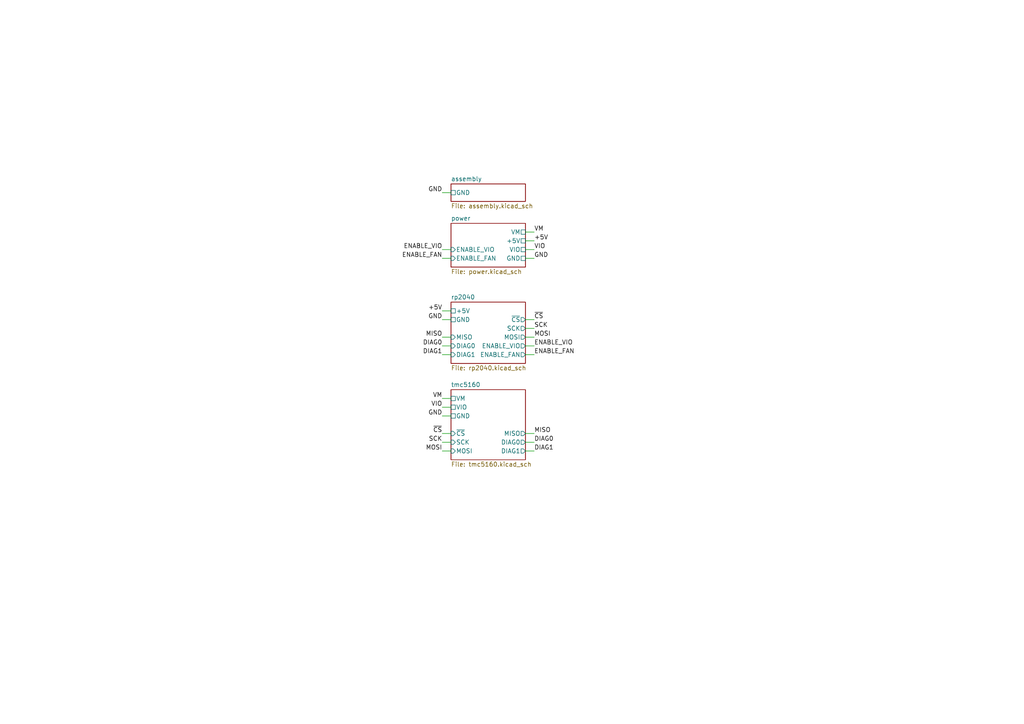
<source format=kicad_sch>
(kicad_sch (version 20230121) (generator eeschema)
  (paper "A4")
  (title_block (title "tmc5160-usb") (date "2024-05-10") (rev "1.0") (company "Howard Hughes Medical Institute"))
  (lib_symbols)
  (wire (pts (xy 130.81 102.87) (xy 128.27 102.87)))
  (wire (pts (xy 130.81 128.27) (xy 128.27 128.27)))
  (wire (pts (xy 130.81 74.93) (xy 128.27 74.93)))
  (wire (pts (xy 154.94 69.85) (xy 152.4 69.85)))
  (wire (pts (xy 152.4 97.79) (xy 154.94 97.79)))
  (wire (pts (xy 128.27 118.11) (xy 130.81 118.11)))
  (wire (pts (xy 130.81 130.81) (xy 128.27 130.81)))
  (wire (pts (xy 154.94 67.31) (xy 152.4 67.31)))
  (wire (pts (xy 130.81 125.73) (xy 128.27 125.73)))
  (wire (pts (xy 152.4 130.81) (xy 154.94 130.81)))
  (wire (pts (xy 130.81 97.79) (xy 128.27 97.79)))
  (wire (pts (xy 128.27 55.88) (xy 130.81 55.88)))
  (wire (pts (xy 128.27 115.57) (xy 130.81 115.57)))
  (wire (pts (xy 152.4 128.27) (xy 154.94 128.27)))
  (wire (pts (xy 152.4 125.73) (xy 154.94 125.73)))
  (wire (pts (xy 128.27 120.65) (xy 130.81 120.65)))
  (wire (pts (xy 152.4 95.25) (xy 154.94 95.25)))
  (wire (pts (xy 130.81 100.33) (xy 128.27 100.33)))
  (wire (pts (xy 154.94 74.93) (xy 152.4 74.93)))
  (wire (pts (xy 152.4 102.87) (xy 154.94 102.87)))
  (wire (pts (xy 128.27 90.17) (xy 130.81 90.17)))
  (wire (pts (xy 128.27 92.71) (xy 130.81 92.71)))
  (wire (pts (xy 152.4 100.33) (xy 154.94 100.33)))
  (wire (pts (xy 154.94 72.39) (xy 152.4 72.39)))
  (wire (pts (xy 152.4 92.71) (xy 154.94 92.71)))
  (wire (pts (xy 130.81 72.39) (xy 128.27 72.39)))
  (label "GND" (at 154.94 74.93 0))
  (label "DIAG1" (at 154.94 130.81 0))
  (label "VIO" (at 154.94 72.39 0))
  (label "DIAG1" (at 128.27 102.87 180))
  (label "+5V" (at 154.94 69.85 0))
  (label "MOSI" (at 128.27 130.81 180))
  (label "ENABLE_VIO" (at 154.94 100.33 0))
  (label "MISO" (at 128.27 97.79 180))
  (label "ENABLE_FAN" (at 154.94 102.87 0))
  (label "+5V" (at 128.27 90.17 180))
  (label "VIO" (at 128.27 118.11 180))
  (label "VM" (at 128.27 115.57 180))
  (label "SCK" (at 154.94 95.25 0))
  (label "DIAG0" (at 154.94 128.27 0))
  (label "GND" (at 128.27 92.71 180))
  (label "GND" (at 128.27 55.88 180))
  (label "MOSI" (at 154.94 97.79 0))
  (label "GND" (at 128.27 120.65 180))
  (label "MISO" (at 154.94 125.73 0))
  (label "ENABLE_VIO" (at 128.27 72.39 180))
  (label "SCK" (at 128.27 128.27 180))
  (label "~{CS}" (at 154.94 92.71 0))
  (label "~{CS}" (at 128.27 125.73 180))
  (label "ENABLE_FAN" (at 128.27 74.93 180))
  (label "VM" (at 154.94 67.31 0))
  (label "DIAG0" (at 128.27 100.33 180))
  (sheet (at 130.81 113.03) (size 21.59 20.32) (stroke (width 0.1524))
    (property "Sheetname" "tmc5160" (at 130.81 112.3184 0) (effects (justify left bottom)))
    (property "Sheetfile" "tmc5160.kicad_sch" (at 130.81 133.9346 0) (effects (justify left top)))
    (pin "VM" passive (at 130.81 115.57 180))
    (pin "VIO" passive (at 130.81 118.11 180))
    (pin "GND" passive (at 130.81 120.65 180))
    (pin "~{CS}" input (at 130.81 125.73 180))
    (pin "SCK" input (at 130.81 128.27 180))
    (pin "DIAG0" output (at 152.4 128.27 0))
    (pin "DIAG1" output (at 152.4 130.81 0))
    (pin "MISO" output (at 152.4 125.73 0))
    (pin "MOSI" input (at 130.81 130.81 180))
  )
  (sheet (at 130.81 53.34) (size 21.59 5.08) (stroke (width 0.1524))
    (property "Sheetname" "assembly" (at 130.81 52.6284 0) (effects (justify left bottom)))
    (property "Sheetfile" "assembly.kicad_sch" (at 130.81 59.0046 0) (effects (justify left top)))
    (pin "GND" passive (at 130.81 55.88 180))
  )
  (sheet (at 130.81 87.63) (size 21.59 17.78) (stroke (width 0.1524))
    (property "Sheetname" "rp2040" (at 130.81 86.9184 0) (effects (justify left bottom)))
    (property "Sheetfile" "rp2040.kicad_sch" (at 130.81 105.9946 0) (effects (justify left top)))
    (pin "GND" passive (at 130.81 92.71 180))
    (pin "SCK" output (at 152.4 95.25 0))
    (pin "~{CS}" output (at 152.4 92.71 0))
    (pin "MOSI" output (at 152.4 97.79 0))
    (pin "MISO" input (at 130.81 97.79 180))
    (pin "DIAG0" input (at 130.81 100.33 180))
    (pin "DIAG1" input (at 130.81 102.87 180))
    (pin "ENABLE_VIO" output (at 152.4 100.33 0))
    (pin "ENABLE_FAN" output (at 152.4 102.87 0))
    (pin "+5V" passive (at 130.81 90.17 180))
  )
  (sheet (at 130.81 64.77) (size 21.59 12.7) (stroke (width 0.1524))
    (property "Sheetname" "power" (at 130.81 64.0584 0) (effects (justify left bottom)))
    (property "Sheetfile" "power.kicad_sch" (at 130.81 78.0546 0) (effects (justify left top)))
    (pin "GND" passive (at 152.4 74.93 0))
    (pin "VM" passive (at 152.4 67.31 0))
    (pin "VIO" passive (at 152.4 72.39 0))
    (pin "ENABLE_VIO" input (at 130.81 72.39 180))
    (pin "ENABLE_FAN" input (at 130.81 74.93 180))
    (pin "+5V" passive (at 152.4 69.85 0))
  )
)
</source>
